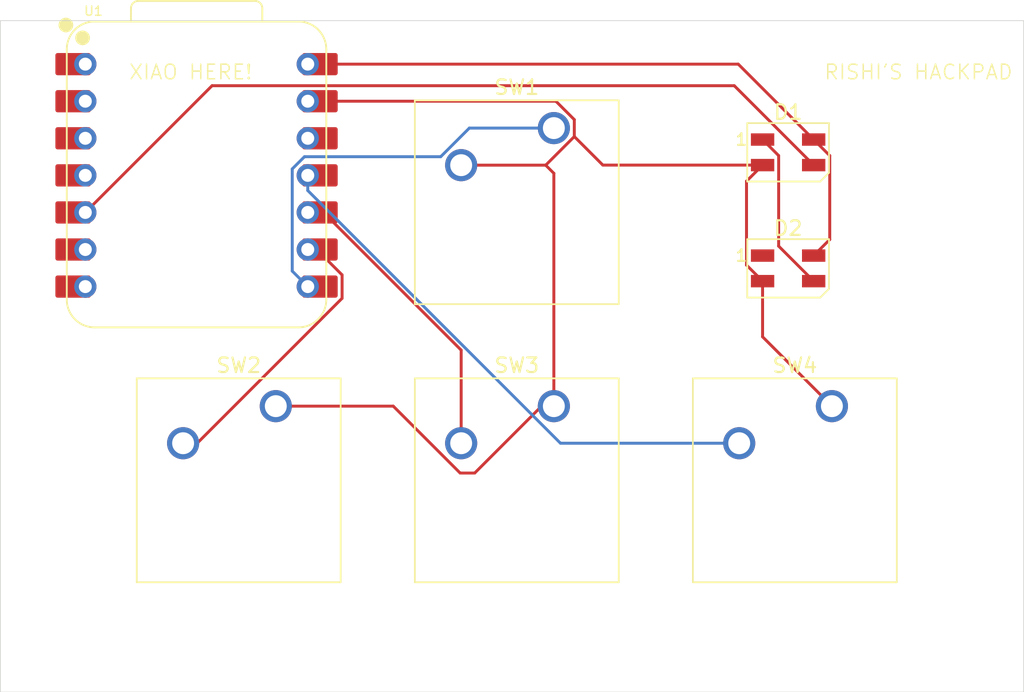
<source format=kicad_pcb>
(kicad_pcb (version 20241229) (generator "pcbnew") (generator_version "9.0")
  (layers (0 "F.Cu" signal) (2 "B.Cu" signal) (13 "F.Paste" user) (15 "B.Paste" user) (5 "F.SilkS" user "F.Silkscreen") (7 "B.SilkS" user "B.Silkscreen") (1 "F.Mask" user) (3 "B.Mask" user) (25 "Edge.Cuts" user))
  (net 0 "")
  (net 1 "+5V")
  (net 2 "GND")
  (net 3 "Net-(U1-GPIO1{slash}RX)")
  (net 4 "Net-(U1-GPIO2{slash}SCK)")
  (net 5 "Net-(U1-GPIO4{slash}MISO)")
  (net 6 "Net-(U1-GPIO3{slash}MOSI)")
  (net 14 "Net-(D1-DOUT)")
  (net 15 "Net-(D1-DIN)")
  (footprint "OPL:XIAO-RP2040-DIP" (layer "F.Cu") (at 133.27 94.5985)
    (property "Reference" "U1" (at -7.06375 -11.25475 0) (layer "F.SilkS") (effects (font (size 0.635 0.635) (thickness 0.1016))))
    (property "Value" "XIAO-RP2040-DIP")
    (fp_line (start -8.89 8.509) (end -8.89 -8.636) (stroke (width 0.127)) (layer "F.SilkS"))
    (fp_line (start -6.985 10.414) (end 6.985 10.414) (stroke (width 0.127)) (layer "F.SilkS"))
    (fp_line (start -4.495 -10.541) (end -4.491272 -11.451272) (stroke (width 0.127)) (layer "F.SilkS"))
    (fp_line (start -3.991272 -11.951) (end 4.004 -11.951) (stroke (width 0.127)) (layer "F.SilkS"))
    (fp_line (start 4.504 -11.451) (end 4.504 -10.541) (stroke (width 0.127)) (layer "F.SilkS"))
    (fp_line (start 6.985 -10.541) (end -6.985 -10.541) (stroke (width 0.1)) (layer "F.SilkS"))
    (fp_line (start 6.985 -10.541) (end -6.985 -10.541) (stroke (width 0.127)) (layer "F.SilkS"))
    (fp_line (start 8.89 8.509) (end 8.89 -8.636) (stroke (width 0.127)) (layer "F.SilkS"))
    (fp_arc (start -8.89 -8.636) (mid -8.332038 -9.983038) (end -6.985 -10.541) (stroke (width 0.127)) (layer "F.SilkS"))
    (fp_arc (start -6.985 10.414) (mid -8.332038 9.856038) (end -8.89 8.509) (stroke (width 0.127)) (layer "F.SilkS"))
    (fp_arc (start -4.491272 -11.451272) (mid -4.344728 -11.80464) (end -3.991272 -11.951) (stroke (width 0.127)) (layer "F.SilkS"))
    (fp_arc (start 4.004 -11.951) (mid 4.357553 -11.804553) (end 4.504 -11.451) (stroke (width 0.127)) (layer "F.SilkS"))
    (fp_arc (start 6.985 -10.541) (mid 8.332038 -9.983038) (end 8.89 -8.636) (stroke (width 0.127)) (layer "F.SilkS"))
    (fp_arc (start 8.89 8.509) (mid 8.332038 9.856038) (end 6.985 10.414) (stroke (width 0.127)) (layer "F.SilkS"))
    (fp_circle (center -8.95 -10.3) (end -8.95 -10.554) (stroke (width 0.5)) (fill yes) (layer "F.SilkS"))
    (fp_circle (center -7.807 -9.42) (end -7.807 -9.674) (stroke (width 0.5)) (fill yes) (layer "F.SilkS"))
    (pad "1" smd roundrect (at -8.455 -7.62 180) (size 2.432 1.524) (layers "F.Cu" "F.Mask") (roundrect_rratio 0.1))
    (pad "1" thru_hole circle (at -7.62 -7.62 180) (size 1.524 1.524) (drill 0.889) (layers "*.Cu" "*.Mask"))
    (pad "2" smd roundrect (at -8.455 -5.08 180) (size 2.432 1.524) (layers "F.Cu" "F.Mask") (roundrect_rratio 0.1))
    (pad "2" thru_hole circle (at -7.62 -5.08 180) (size 1.524 1.524) (drill 0.889) (layers "*.Cu" "*.Mask"))
    (pad "3" smd roundrect (at -8.455 -2.54 180) (size 2.432 1.524) (layers "F.Cu" "F.Mask") (roundrect_rratio 0.1))
    (pad "3" thru_hole circle (at -7.62 -2.54 180) (size 1.524 1.524) (drill 0.889) (layers "*.Cu" "*.Mask"))
    (pad "4" smd roundrect (at -8.455 0 180) (size 2.432 1.524) (layers "F.Cu" "F.Mask") (roundrect_rratio 0.1))
    (pad "4" thru_hole circle (at -7.62 0 180) (size 1.524 1.524) (drill 0.889) (layers "*.Cu" "*.Mask"))
    (pad "5" smd roundrect (at -8.455 2.54 180) (size 2.432 1.524) (layers "F.Cu" "F.Mask") (roundrect_rratio 0.1) (net 15 "Net-(D1-DIN)"))
    (pad "5" thru_hole circle (at -7.62 2.54 180) (size 1.524 1.524) (drill 0.889) (layers "*.Cu" "*.Mask") (net 15 "Net-(D1-DIN)"))
    (pad "6" smd roundrect (at -8.455 5.08 180) (size 2.432 1.524) (layers "F.Cu" "F.Mask") (roundrect_rratio 0.1))
    (pad "6" thru_hole circle (at -7.62 5.08 180) (size 1.524 1.524) (drill 0.889) (layers "*.Cu" "*.Mask"))
    (pad "7" smd roundrect (at -8.455 7.62 180) (size 2.432 1.524) (layers "F.Cu" "F.Mask") (roundrect_rratio 0.1))
    (pad "7" thru_hole circle (at -7.62 7.62 180) (size 1.524 1.524) (drill 0.889) (layers "*.Cu" "*.Mask"))
    (pad "8" thru_hole circle (at 7.62 7.62) (size 1.524 1.524) (drill 0.889) (layers "*.Cu" "*.Mask") (net 3 "Net-(U1-GPIO1{slash}RX)"))
    (pad "8" smd roundrect (at 8.455 7.62) (size 2.432 1.524) (layers "F.Cu" "F.Mask") (roundrect_rratio 0.1) (net 3 "Net-(U1-GPIO1{slash}RX)"))
    (pad "9" thru_hole circle (at 7.62 5.08) (size 1.524 1.524) (drill 0.889) (layers "*.Cu" "*.Mask") (net 4 "Net-(U1-GPIO2{slash}SCK)"))
    (pad "9" smd roundrect (at 8.455 5.08) (size 2.432 1.524) (layers "F.Cu" "F.Mask") (roundrect_rratio 0.1) (net 4 "Net-(U1-GPIO2{slash}SCK)"))
    (pad "10" thru_hole circle (at 7.62 2.54) (size 1.524 1.524) (drill 0.889) (layers "*.Cu" "*.Mask") (net 5 "Net-(U1-GPIO4{slash}MISO)"))
    (pad "10" smd roundrect (at 8.455 2.54) (size 2.432 1.524) (layers "F.Cu" "F.Mask") (roundrect_rratio 0.1) (net 5 "Net-(U1-GPIO4{slash}MISO)"))
    (pad "11" thru_hole circle (at 7.62 0) (size 1.524 1.524) (drill 0.889) (layers "*.Cu" "*.Mask") (net 6 "Net-(U1-GPIO3{slash}MOSI)"))
    (pad "11" smd roundrect (at 8.455 0) (size 2.432 1.524) (layers "F.Cu" "F.Mask") (roundrect_rratio 0.1) (net 6 "Net-(U1-GPIO3{slash}MOSI)"))
    (pad "12" thru_hole circle (at 7.62 -2.54) (size 1.524 1.524) (drill 0.889) (layers "*.Cu" "*.Mask"))
    (pad "12" smd roundrect (at 8.455 -2.54) (size 2.432 1.524) (layers "F.Cu" "F.Mask") (roundrect_rratio 0.1))
    (pad "13" thru_hole circle (at 7.62 -5.08) (size 1.524 1.524) (drill 0.889) (layers "*.Cu" "*.Mask") (net 2 "GND"))
    (pad "13" smd roundrect (at 8.455 -5.08) (size 2.432 1.524) (layers "F.Cu" "F.Mask") (roundrect_rratio 0.1) (net 2 "GND"))
    (pad "14" thru_hole circle (at 7.62 -7.62) (size 1.524 1.524) (drill 0.889) (layers "*.Cu" "*.Mask") (net 1 "+5V"))
    (pad "14" smd roundrect (at 8.455 -7.62) (size 2.432 1.524) (layers "F.Cu" "F.Mask") (roundrect_rratio 0.1) (net 1 "+5V"))
  )
  (footprint "LED_SMD:LED_SK6812MINI_PLCC4_3.5x3.5mm_P1.75mm" (layer "F.Cu") (at 173.8 100.97)
    (property "Reference" "D2" (at 0 -2.75 0) (layer "F.SilkS"))
    (property "Value" "SK6812MINI")
    (fp_line (start -2.8 -2) (end -2.8 2) (stroke (width 0.12)) (layer "F.SilkS"))
    (fp_line (start -2.8 -2) (end 2.8 -2) (stroke (width 0.12)) (layer "F.SilkS"))
    (fp_line (start -2.8 2) (end 2.2 2) (stroke (width 0.12)) (layer "F.SilkS"))
    (fp_line (start 2.8 1.4) (end 2.2 2) (stroke (width 0.12)) (layer "F.SilkS"))
    (fp_line (start 2.8 1.4) (end 2.8 -2) (stroke (width 0.12)) (layer "F.SilkS"))
    (fp_text user "1" (at -3.2 -0.875 0) (layer "F.SilkS") (effects (font (size 0.8 0.8))))
    (pad "1" smd rect (at -1.75 -0.875) (size 1.6 0.85) (layers "F.Cu" "F.Mask" "F.Paste"))
    (pad "2" smd rect (at -1.75 0.875) (size 1.6 0.85) (layers "F.Cu" "F.Mask" "F.Paste") (net 2 "GND"))
    (pad "3" smd rect (at 1.75 0.875) (size 1.6 0.85) (layers "F.Cu" "F.Mask" "F.Paste") (net 14 "Net-(D1-DOUT)"))
    (pad "4" smd rect (at 1.75 -0.875) (size 1.6 0.85) (layers "F.Cu" "F.Mask" "F.Paste") (net 1 "+5V"))
  )
  (footprint "Button_Switch_Keyboard:SW_Cherry_MX_1.00u_PCB" (layer "F.Cu") (at 138.7 110.41)
    (property "Reference" "SW2" (at -2.54 -2.794 0) (layer "F.SilkS"))
    (property "Value" "SW_Push")
    (fp_line (start -9.525 -1.905) (end 4.445 -1.905) (stroke (width 0.12)) (layer "F.SilkS"))
    (fp_line (start -9.525 12.065) (end -9.525 -1.905) (stroke (width 0.12)) (layer "F.SilkS"))
    (fp_line (start 4.445 -1.905) (end 4.445 12.065) (stroke (width 0.12)) (layer "F.SilkS"))
    (fp_line (start 4.445 12.065) (end -9.525 12.065) (stroke (width 0.12)) (layer "F.SilkS"))
    (pad "" np_thru_hole circle (at -7.62 5.08) (size 1.7 1.7) (drill 1.7) (layers "*.Cu" "*.Mask"))
    (pad "" np_thru_hole circle (at -2.54 5.08) (size 4 4) (drill 4) (layers "*.Cu" "*.Mask"))
    (pad "" np_thru_hole circle (at 2.54 5.08) (size 1.7 1.7) (drill 1.7) (layers "*.Cu" "*.Mask"))
    (pad "1" thru_hole circle (at 0 0) (size 2.2 2.2) (drill 1.5) (layers "*.Cu" "*.Mask") (net 2 "GND"))
    (pad "2" thru_hole circle (at -6.35 2.54) (size 2.2 2.2) (drill 1.5) (layers "*.Cu" "*.Mask") (net 4 "Net-(U1-GPIO2{slash}SCK)"))
  )
  (footprint "LED_SMD:LED_SK6812MINI_PLCC4_3.5x3.5mm_P1.75mm" (layer "F.Cu") (at 173.8 93.02)
    (property "Reference" "D1" (at 0 -2.75 0) (layer "F.SilkS"))
    (property "Value" "SK6812MINI")
    (fp_line (start -2.8 -2) (end -2.8 2) (stroke (width 0.12)) (layer "F.SilkS"))
    (fp_line (start -2.8 -2) (end 2.8 -2) (stroke (width 0.12)) (layer "F.SilkS"))
    (fp_line (start -2.8 2) (end 2.2 2) (stroke (width 0.12)) (layer "F.SilkS"))
    (fp_line (start 2.8 1.4) (end 2.2 2) (stroke (width 0.12)) (layer "F.SilkS"))
    (fp_line (start 2.8 1.4) (end 2.8 -2) (stroke (width 0.12)) (layer "F.SilkS"))
    (fp_text user "1" (at -3.2 -0.875 0) (layer "F.SilkS") (effects (font (size 0.8 0.8))))
    (pad "1" smd rect (at -1.75 -0.875) (size 1.6 0.85) (layers "F.Cu" "F.Mask" "F.Paste") (net 14 "Net-(D1-DOUT)"))
    (pad "2" smd rect (at -1.75 0.875) (size 1.6 0.85) (layers "F.Cu" "F.Mask" "F.Paste") (net 2 "GND"))
    (pad "3" smd rect (at 1.75 0.875) (size 1.6 0.85) (layers "F.Cu" "F.Mask" "F.Paste") (net 15 "Net-(D1-DIN)"))
    (pad "4" smd rect (at 1.75 -0.875) (size 1.6 0.85) (layers "F.Cu" "F.Mask" "F.Paste") (net 1 "+5V"))
  )
  (footprint "Button_Switch_Keyboard:SW_Cherry_MX_1.00u_PCB" (layer "F.Cu") (at 157.75 110.41)
    (property "Reference" "SW3" (at -2.54 -2.794 0) (layer "F.SilkS"))
    (property "Value" "SW_Push")
    (fp_line (start -9.525 -1.905) (end 4.445 -1.905) (stroke (width 0.12)) (layer "F.SilkS"))
    (fp_line (start -9.525 12.065) (end -9.525 -1.905) (stroke (width 0.12)) (layer "F.SilkS"))
    (fp_line (start 4.445 -1.905) (end 4.445 12.065) (stroke (width 0.12)) (layer "F.SilkS"))
    (fp_line (start 4.445 12.065) (end -9.525 12.065) (stroke (width 0.12)) (layer "F.SilkS"))
    (pad "" np_thru_hole circle (at -7.62 5.08) (size 1.7 1.7) (drill 1.7) (layers "*.Cu" "*.Mask"))
    (pad "" np_thru_hole circle (at -2.54 5.08) (size 4 4) (drill 4) (layers "*.Cu" "*.Mask"))
    (pad "" np_thru_hole circle (at 2.54 5.08) (size 1.7 1.7) (drill 1.7) (layers "*.Cu" "*.Mask"))
    (pad "1" thru_hole circle (at 0 0) (size 2.2 2.2) (drill 1.5) (layers "*.Cu" "*.Mask") (net 2 "GND"))
    (pad "2" thru_hole circle (at -6.35 2.54) (size 2.2 2.2) (drill 1.5) (layers "*.Cu" "*.Mask") (net 5 "Net-(U1-GPIO4{slash}MISO)"))
  )
  (footprint "Button_Switch_Keyboard:SW_Cherry_MX_1.00u_PCB" (layer "F.Cu") (at 157.75 91.36)
    (property "Reference" "SW1" (at -2.54 -2.794 0) (layer "F.SilkS"))
    (property "Value" "SW_Push")
    (fp_line (start -9.525 -1.905) (end 4.445 -1.905) (stroke (width 0.12)) (layer "F.SilkS"))
    (fp_line (start -9.525 12.065) (end -9.525 -1.905) (stroke (width 0.12)) (layer "F.SilkS"))
    (fp_line (start 4.445 -1.905) (end 4.445 12.065) (stroke (width 0.12)) (layer "F.SilkS"))
    (fp_line (start 4.445 12.065) (end -9.525 12.065) (stroke (width 0.12)) (layer "F.SilkS"))
    (pad "" np_thru_hole circle (at -7.62 5.08) (size 1.7 1.7) (drill 1.7) (layers "*.Cu" "*.Mask"))
    (pad "" np_thru_hole circle (at -2.54 5.08) (size 4 4) (drill 4) (layers "*.Cu" "*.Mask"))
    (pad "" np_thru_hole circle (at 2.54 5.08) (size 1.7 1.7) (drill 1.7) (layers "*.Cu" "*.Mask"))
    (pad "1" thru_hole circle (at 0 0) (size 2.2 2.2) (drill 1.5) (layers "*.Cu" "*.Mask") (net 3 "Net-(U1-GPIO1{slash}RX)"))
    (pad "2" thru_hole circle (at -6.35 2.54) (size 2.2 2.2) (drill 1.5) (layers "*.Cu" "*.Mask") (net 2 "GND"))
  )
  (footprint "Button_Switch_Keyboard:SW_Cherry_MX_1.00u_PCB" (layer "F.Cu") (at 176.8 110.41)
    (property "Reference" "SW4" (at -2.54 -2.794 0) (layer "F.SilkS"))
    (property "Value" "SW_Push")
    (fp_line (start -9.525 -1.905) (end 4.445 -1.905) (stroke (width 0.12)) (layer "F.SilkS"))
    (fp_line (start -9.525 12.065) (end -9.525 -1.905) (stroke (width 0.12)) (layer "F.SilkS"))
    (fp_line (start 4.445 -1.905) (end 4.445 12.065) (stroke (width 0.12)) (layer "F.SilkS"))
    (fp_line (start 4.445 12.065) (end -9.525 12.065) (stroke (width 0.12)) (layer "F.SilkS"))
    (pad "" np_thru_hole circle (at -7.62 5.08) (size 1.7 1.7) (drill 1.7) (layers "*.Cu" "*.Mask"))
    (pad "" np_thru_hole circle (at -2.54 5.08) (size 4 4) (drill 4) (layers "*.Cu" "*.Mask"))
    (pad "" np_thru_hole circle (at 2.54 5.08) (size 1.7 1.7) (drill 1.7) (layers "*.Cu" "*.Mask"))
    (pad "1" thru_hole circle (at 0 0) (size 2.2 2.2) (drill 1.5) (layers "*.Cu" "*.Mask") (net 2 "GND"))
    (pad "2" thru_hole circle (at -6.35 2.54) (size 2.2 2.2) (drill 1.5) (layers "*.Cu" "*.Mask") (net 6 "Net-(U1-GPIO3{slash}MOSI)"))
  )
  (gr_rect (start 119.83 84) (end 189.94 130) (stroke (width 0.05)) (fill no) (layer "Edge.Cuts"))
  (gr_text "RISHI'S HACKPAD" (at 176.2125 88.10625 0) (layer "F.SilkS") (effects (font (size 1 1) (thickness 0.1)) (justify left bottom)))
  (gr_text "XIAO HERE!" (at 128.5875 88.10625 0) (layer "F.SilkS") (effects (font (size 1 1) (thickness 0.1)) (justify left bottom)))
  (segment (start 176.651 98.994) (end 176.651 93.246) (width 0.2) (layer "F.Cu") (net 1))
  (segment (start 176.651 93.246) (end 175.55 92.145) (width 0.2) (layer "F.Cu") (net 1))
  (segment (start 175.55 100.095) (end 176.651 98.994) (width 0.2) (layer "F.Cu") (net 1))
  (segment (start 170.3835 86.9785) (end 140.89 86.9785) (width 0.2) (layer "F.Cu") (net 1))
  (segment (start 175.55 92.145) (end 170.3835 86.9785) (width 0.2) (layer "F.Cu") (net 1))
  (segment (start 172.05 105.66) (end 172.05 101.845) (width 0.2) (layer "F.Cu") (net 2))
  (segment (start 159.151 90.779686) (end 157.889814 89.5185) (width 0.2) (layer "F.Cu") (net 2))
  (segment (start 146.74847 110.41) (end 138.7 110.41) (width 0.2) (layer "F.Cu") (net 2))
  (segment (start 151.331 114.99253) (end 146.74847 110.41) (width 0.2) (layer "F.Cu") (net 2))
  (segment (start 161.105686 93.895) (end 159.151 91.940314) (width 0.2) (layer "F.Cu") (net 2))
  (segment (start 157.75 110.41) (end 156.90847 110.41) (width 0.2) (layer "F.Cu") (net 2))
  (segment (start 176.8 110.41) (end 172.05 105.66) (width 0.2) (layer "F.Cu") (net 2))
  (segment (start 157.75 94.458686) (end 157.75 110.41) (width 0.2) (layer "F.Cu") (net 2))
  (segment (start 157.889814 89.5185) (end 140.89 89.5185) (width 0.2) (layer "F.Cu") (net 2))
  (segment (start 151.4 93.9) (end 157.191314 93.9) (width 0.2) (layer "F.Cu") (net 2))
  (segment (start 159.151 91.940314) (end 159.151 90.779686) (width 0.2) (layer "F.Cu") (net 2))
  (segment (start 156.90847 110.41) (end 152.32594 114.99253) (width 0.2) (layer "F.Cu") (net 2))
  (segment (start 170.949 100.744) (end 170.949 94.996) (width 0.2) (layer "F.Cu") (net 2))
  (segment (start 152.32594 114.99253) (end 151.331 114.99253) (width 0.2) (layer "F.Cu") (net 2))
  (segment (start 172.05 101.845) (end 170.949 100.744) (width 0.2) (layer "F.Cu") (net 2))
  (segment (start 157.191314 93.9) (end 157.75 94.458686) (width 0.2) (layer "F.Cu") (net 2))
  (segment (start 170.949 94.996) (end 172.05 93.895) (width 0.2) (layer "F.Cu") (net 2))
  (segment (start 157.191314 93.9) (end 159.151 91.940314) (width 0.2) (layer "F.Cu") (net 2))
  (segment (start 172.05 93.895) (end 161.105686 93.895) (width 0.2) (layer "F.Cu") (net 2))
  (segment (start 139.827 101.1555) (end 139.827 94.15819) (width 0.2) (layer "B.Cu") (net 3))
  (segment (start 149.999 93.319686) (end 151.958686 91.36) (width 0.2) (layer "B.Cu") (net 3))
  (segment (start 139.827 94.15819) (end 140.665504 93.319686) (width 0.2) (layer "B.Cu") (net 3))
  (segment (start 140.89 102.2185) (end 139.827 101.1555) (width 0.2) (layer "B.Cu") (net 3))
  (segment (start 140.665504 93.319686) (end 149.999 93.319686) (width 0.2) (layer "B.Cu") (net 3))
  (segment (start 151.958686 91.36) (end 157.75 91.36) (width 0.2) (layer "B.Cu") (net 3))
  (segment (start 141.503626 99.6785) (end 143.242 101.416874) (width 0.2) (layer "F.Cu") (net 4))
  (segment (start 143.242 101.416874) (end 143.242 103.020126) (width 0.2) (layer "F.Cu") (net 4))
  (segment (start 140.89 99.6785) (end 141.503626 99.6785) (width 0.2) (layer "F.Cu") (net 4))
  (segment (start 133.312126 112.95) (end 132.35 112.95) (width 0.2) (layer "F.Cu") (net 4))
  (segment (start 143.242 103.020126) (end 133.312126 112.95) (width 0.2) (layer "F.Cu") (net 4))
  (segment (start 141.96763 97.1385) (end 140.89 97.1385) (width 0.2) (layer "F.Cu") (net 5))
  (segment (start 151.4 112.95) (end 151.4 106.57087) (width 0.2) (layer "F.Cu") (net 5))
  (segment (start 151.4 106.57087) (end 141.96763 97.1385) (width 0.2) (layer "F.Cu") (net 5))
  (segment (start 158.20481 112.95) (end 140.89 95.63519) (width 0.2) (layer "B.Cu") (net 6))
  (segment (start 140.89 95.63519) (end 140.89 94.5985) (width 0.2) (layer "B.Cu") (net 6))
  (segment (start 170.45 112.95) (end 158.20481 112.95) (width 0.2) (layer "B.Cu") (net 6))
  (segment (start 173.151 93.246) (end 172.05 92.145) (width 0.2) (layer "F.Cu") (net 14))
  (segment (start 173.151 99.446) (end 173.151 93.246) (width 0.2) (layer "F.Cu") (net 14))
  (segment (start 175.55 101.845) (end 173.151 99.446) (width 0.2) (layer "F.Cu") (net 14))
  (segment (start 170.1105 88.4555) (end 134.333 88.4555) (width 0.2) (layer "F.Cu") (net 15))
  (segment (start 134.333 88.4555) (end 125.65 97.1385) (width 0.2) (layer "F.Cu") (net 15))
  (segment (start 175.55 93.895) (end 170.1105 88.4555) (width 0.2) (layer "F.Cu") (net 15))
)
</source>
